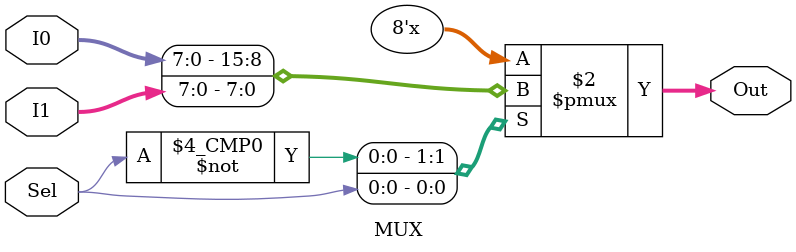
<source format=v>
module MUX#(parameter WIDTH = 8)
(   input      [WIDTH-1:0]    I0,
    input      [WIDTH-1:0]    I1,
    input                     Sel,
    output reg [WIDTH-1:0]    Out
);
  always @(*)
        case(Sel)
            0:          Out = I0;
            1:          Out = I1;
            default:    Out = 0;
        endcase
endmodule
</source>
